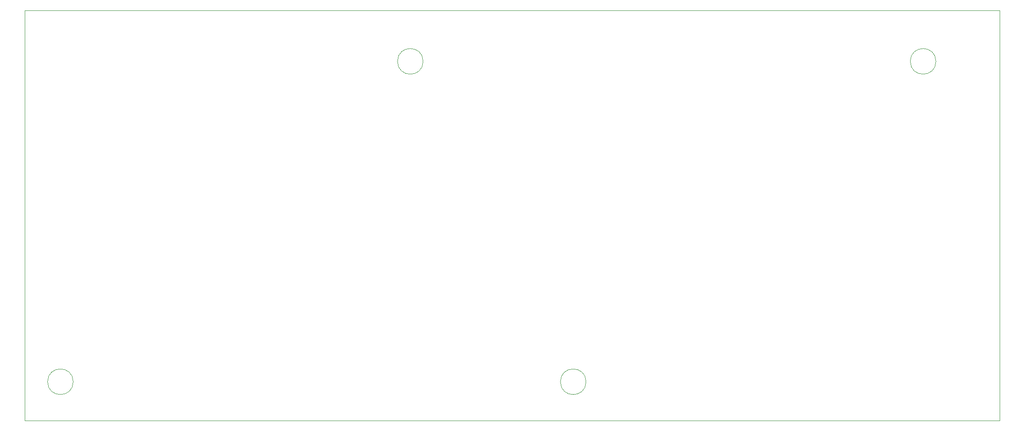
<source format=gbr>
%TF.GenerationSoftware,KiCad,Pcbnew,(6.0.10)*%
%TF.CreationDate,2025-04-13T20:47:06+02:00*%
%TF.ProjectId,pcb_shield,7063625f-7368-4696-956c-642e6b696361,1.0*%
%TF.SameCoordinates,Original*%
%TF.FileFunction,Profile,NP*%
%FSLAX46Y46*%
G04 Gerber Fmt 4.6, Leading zero omitted, Abs format (unit mm)*
G04 Created by KiCad (PCBNEW (6.0.10)) date 2025-04-13 20:47:06*
%MOMM*%
%LPD*%
G01*
G04 APERTURE LIST*
%TA.AperFunction,Profile*%
%ADD10C,0.100000*%
%TD*%
G04 APERTURE END LIST*
D10*
X138345000Y-59549000D02*
G75*
G03*
X138345000Y-59549000I-2500000J0D01*
G01*
X70156000Y-122049000D02*
G75*
G03*
X70156000Y-122049000I-2500000J0D01*
G01*
X170093000Y-122049000D02*
G75*
G03*
X170093000Y-122049000I-2500000J0D01*
G01*
X238282000Y-59549000D02*
G75*
G03*
X238282000Y-59549000I-2500000J0D01*
G01*
X60688000Y-49603000D02*
X250688000Y-49603000D01*
X250688000Y-49603000D02*
X250688000Y-129603000D01*
X250688000Y-129603000D02*
X60688000Y-129603000D01*
X60688000Y-129603000D02*
X60688000Y-49603000D01*
M02*

</source>
